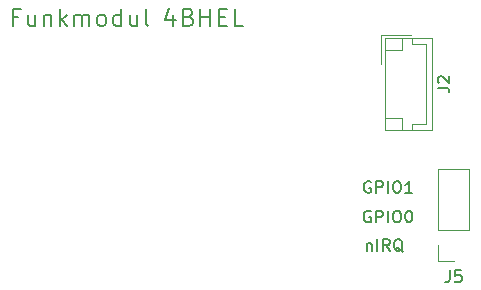
<source format=gbr>
%TF.GenerationSoftware,KiCad,Pcbnew,(7.0.0)*%
%TF.CreationDate,2023-03-31T23:38:51+02:00*%
%TF.ProjectId,funk-transmitter-final,66756e6b-2d74-4726-916e-736d69747465,rev?*%
%TF.SameCoordinates,Original*%
%TF.FileFunction,Legend,Top*%
%TF.FilePolarity,Positive*%
%FSLAX46Y46*%
G04 Gerber Fmt 4.6, Leading zero omitted, Abs format (unit mm)*
G04 Created by KiCad (PCBNEW (7.0.0)) date 2023-03-31 23:38:51*
%MOMM*%
%LPD*%
G01*
G04 APERTURE LIST*
%ADD10C,0.187500*%
%ADD11C,0.150000*%
%ADD12C,0.120000*%
G04 APERTURE END LIST*
D10*
X128157142Y-82587857D02*
X127657142Y-82587857D01*
X127657142Y-83373571D02*
X127657142Y-81873571D01*
X127657142Y-81873571D02*
X128371428Y-81873571D01*
X129585714Y-82373571D02*
X129585714Y-83373571D01*
X128942856Y-82373571D02*
X128942856Y-83159285D01*
X128942856Y-83159285D02*
X129014285Y-83302142D01*
X129014285Y-83302142D02*
X129157142Y-83373571D01*
X129157142Y-83373571D02*
X129371428Y-83373571D01*
X129371428Y-83373571D02*
X129514285Y-83302142D01*
X129514285Y-83302142D02*
X129585714Y-83230714D01*
X130299999Y-82373571D02*
X130299999Y-83373571D01*
X130299999Y-82516428D02*
X130371428Y-82445000D01*
X130371428Y-82445000D02*
X130514285Y-82373571D01*
X130514285Y-82373571D02*
X130728571Y-82373571D01*
X130728571Y-82373571D02*
X130871428Y-82445000D01*
X130871428Y-82445000D02*
X130942857Y-82587857D01*
X130942857Y-82587857D02*
X130942857Y-83373571D01*
X131657142Y-83373571D02*
X131657142Y-81873571D01*
X131800000Y-82802142D02*
X132228571Y-83373571D01*
X132228571Y-82373571D02*
X131657142Y-82945000D01*
X132871428Y-83373571D02*
X132871428Y-82373571D01*
X132871428Y-82516428D02*
X132942857Y-82445000D01*
X132942857Y-82445000D02*
X133085714Y-82373571D01*
X133085714Y-82373571D02*
X133300000Y-82373571D01*
X133300000Y-82373571D02*
X133442857Y-82445000D01*
X133442857Y-82445000D02*
X133514286Y-82587857D01*
X133514286Y-82587857D02*
X133514286Y-83373571D01*
X133514286Y-82587857D02*
X133585714Y-82445000D01*
X133585714Y-82445000D02*
X133728571Y-82373571D01*
X133728571Y-82373571D02*
X133942857Y-82373571D01*
X133942857Y-82373571D02*
X134085714Y-82445000D01*
X134085714Y-82445000D02*
X134157143Y-82587857D01*
X134157143Y-82587857D02*
X134157143Y-83373571D01*
X135085714Y-83373571D02*
X134942857Y-83302142D01*
X134942857Y-83302142D02*
X134871428Y-83230714D01*
X134871428Y-83230714D02*
X134800000Y-83087857D01*
X134800000Y-83087857D02*
X134800000Y-82659285D01*
X134800000Y-82659285D02*
X134871428Y-82516428D01*
X134871428Y-82516428D02*
X134942857Y-82445000D01*
X134942857Y-82445000D02*
X135085714Y-82373571D01*
X135085714Y-82373571D02*
X135300000Y-82373571D01*
X135300000Y-82373571D02*
X135442857Y-82445000D01*
X135442857Y-82445000D02*
X135514286Y-82516428D01*
X135514286Y-82516428D02*
X135585714Y-82659285D01*
X135585714Y-82659285D02*
X135585714Y-83087857D01*
X135585714Y-83087857D02*
X135514286Y-83230714D01*
X135514286Y-83230714D02*
X135442857Y-83302142D01*
X135442857Y-83302142D02*
X135300000Y-83373571D01*
X135300000Y-83373571D02*
X135085714Y-83373571D01*
X136871429Y-83373571D02*
X136871429Y-81873571D01*
X136871429Y-83302142D02*
X136728571Y-83373571D01*
X136728571Y-83373571D02*
X136442857Y-83373571D01*
X136442857Y-83373571D02*
X136300000Y-83302142D01*
X136300000Y-83302142D02*
X136228571Y-83230714D01*
X136228571Y-83230714D02*
X136157143Y-83087857D01*
X136157143Y-83087857D02*
X136157143Y-82659285D01*
X136157143Y-82659285D02*
X136228571Y-82516428D01*
X136228571Y-82516428D02*
X136300000Y-82445000D01*
X136300000Y-82445000D02*
X136442857Y-82373571D01*
X136442857Y-82373571D02*
X136728571Y-82373571D01*
X136728571Y-82373571D02*
X136871429Y-82445000D01*
X138228572Y-82373571D02*
X138228572Y-83373571D01*
X137585714Y-82373571D02*
X137585714Y-83159285D01*
X137585714Y-83159285D02*
X137657143Y-83302142D01*
X137657143Y-83302142D02*
X137800000Y-83373571D01*
X137800000Y-83373571D02*
X138014286Y-83373571D01*
X138014286Y-83373571D02*
X138157143Y-83302142D01*
X138157143Y-83302142D02*
X138228572Y-83230714D01*
X139157143Y-83373571D02*
X139014286Y-83302142D01*
X139014286Y-83302142D02*
X138942857Y-83159285D01*
X138942857Y-83159285D02*
X138942857Y-81873571D01*
X141271429Y-82373571D02*
X141271429Y-83373571D01*
X140914286Y-81802142D02*
X140557143Y-82873571D01*
X140557143Y-82873571D02*
X141485714Y-82873571D01*
X142557142Y-82587857D02*
X142771428Y-82659285D01*
X142771428Y-82659285D02*
X142842857Y-82730714D01*
X142842857Y-82730714D02*
X142914285Y-82873571D01*
X142914285Y-82873571D02*
X142914285Y-83087857D01*
X142914285Y-83087857D02*
X142842857Y-83230714D01*
X142842857Y-83230714D02*
X142771428Y-83302142D01*
X142771428Y-83302142D02*
X142628571Y-83373571D01*
X142628571Y-83373571D02*
X142057142Y-83373571D01*
X142057142Y-83373571D02*
X142057142Y-81873571D01*
X142057142Y-81873571D02*
X142557142Y-81873571D01*
X142557142Y-81873571D02*
X142700000Y-81945000D01*
X142700000Y-81945000D02*
X142771428Y-82016428D01*
X142771428Y-82016428D02*
X142842857Y-82159285D01*
X142842857Y-82159285D02*
X142842857Y-82302142D01*
X142842857Y-82302142D02*
X142771428Y-82445000D01*
X142771428Y-82445000D02*
X142700000Y-82516428D01*
X142700000Y-82516428D02*
X142557142Y-82587857D01*
X142557142Y-82587857D02*
X142057142Y-82587857D01*
X143557142Y-83373571D02*
X143557142Y-81873571D01*
X143557142Y-82587857D02*
X144414285Y-82587857D01*
X144414285Y-83373571D02*
X144414285Y-81873571D01*
X145128571Y-82587857D02*
X145628571Y-82587857D01*
X145842857Y-83373571D02*
X145128571Y-83373571D01*
X145128571Y-83373571D02*
X145128571Y-81873571D01*
X145128571Y-81873571D02*
X145842857Y-81873571D01*
X147200000Y-83373571D02*
X146485714Y-83373571D01*
X146485714Y-83373571D02*
X146485714Y-81873571D01*
D11*
X157961904Y-99030000D02*
X157866666Y-98982380D01*
X157866666Y-98982380D02*
X157723809Y-98982380D01*
X157723809Y-98982380D02*
X157580952Y-99030000D01*
X157580952Y-99030000D02*
X157485714Y-99125238D01*
X157485714Y-99125238D02*
X157438095Y-99220476D01*
X157438095Y-99220476D02*
X157390476Y-99410952D01*
X157390476Y-99410952D02*
X157390476Y-99553809D01*
X157390476Y-99553809D02*
X157438095Y-99744285D01*
X157438095Y-99744285D02*
X157485714Y-99839523D01*
X157485714Y-99839523D02*
X157580952Y-99934761D01*
X157580952Y-99934761D02*
X157723809Y-99982380D01*
X157723809Y-99982380D02*
X157819047Y-99982380D01*
X157819047Y-99982380D02*
X157961904Y-99934761D01*
X157961904Y-99934761D02*
X158009523Y-99887142D01*
X158009523Y-99887142D02*
X158009523Y-99553809D01*
X158009523Y-99553809D02*
X157819047Y-99553809D01*
X158438095Y-99982380D02*
X158438095Y-98982380D01*
X158438095Y-98982380D02*
X158819047Y-98982380D01*
X158819047Y-98982380D02*
X158914285Y-99030000D01*
X158914285Y-99030000D02*
X158961904Y-99077619D01*
X158961904Y-99077619D02*
X159009523Y-99172857D01*
X159009523Y-99172857D02*
X159009523Y-99315714D01*
X159009523Y-99315714D02*
X158961904Y-99410952D01*
X158961904Y-99410952D02*
X158914285Y-99458571D01*
X158914285Y-99458571D02*
X158819047Y-99506190D01*
X158819047Y-99506190D02*
X158438095Y-99506190D01*
X159438095Y-99982380D02*
X159438095Y-98982380D01*
X160104761Y-98982380D02*
X160295237Y-98982380D01*
X160295237Y-98982380D02*
X160390475Y-99030000D01*
X160390475Y-99030000D02*
X160485713Y-99125238D01*
X160485713Y-99125238D02*
X160533332Y-99315714D01*
X160533332Y-99315714D02*
X160533332Y-99649047D01*
X160533332Y-99649047D02*
X160485713Y-99839523D01*
X160485713Y-99839523D02*
X160390475Y-99934761D01*
X160390475Y-99934761D02*
X160295237Y-99982380D01*
X160295237Y-99982380D02*
X160104761Y-99982380D01*
X160104761Y-99982380D02*
X160009523Y-99934761D01*
X160009523Y-99934761D02*
X159914285Y-99839523D01*
X159914285Y-99839523D02*
X159866666Y-99649047D01*
X159866666Y-99649047D02*
X159866666Y-99315714D01*
X159866666Y-99315714D02*
X159914285Y-99125238D01*
X159914285Y-99125238D02*
X160009523Y-99030000D01*
X160009523Y-99030000D02*
X160104761Y-98982380D01*
X161152380Y-98982380D02*
X161247618Y-98982380D01*
X161247618Y-98982380D02*
X161342856Y-99030000D01*
X161342856Y-99030000D02*
X161390475Y-99077619D01*
X161390475Y-99077619D02*
X161438094Y-99172857D01*
X161438094Y-99172857D02*
X161485713Y-99363333D01*
X161485713Y-99363333D02*
X161485713Y-99601428D01*
X161485713Y-99601428D02*
X161438094Y-99791904D01*
X161438094Y-99791904D02*
X161390475Y-99887142D01*
X161390475Y-99887142D02*
X161342856Y-99934761D01*
X161342856Y-99934761D02*
X161247618Y-99982380D01*
X161247618Y-99982380D02*
X161152380Y-99982380D01*
X161152380Y-99982380D02*
X161057142Y-99934761D01*
X161057142Y-99934761D02*
X161009523Y-99887142D01*
X161009523Y-99887142D02*
X160961904Y-99791904D01*
X160961904Y-99791904D02*
X160914285Y-99601428D01*
X160914285Y-99601428D02*
X160914285Y-99363333D01*
X160914285Y-99363333D02*
X160961904Y-99172857D01*
X160961904Y-99172857D02*
X161009523Y-99077619D01*
X161009523Y-99077619D02*
X161057142Y-99030000D01*
X161057142Y-99030000D02*
X161152380Y-98982380D01*
X157961904Y-96530000D02*
X157866666Y-96482380D01*
X157866666Y-96482380D02*
X157723809Y-96482380D01*
X157723809Y-96482380D02*
X157580952Y-96530000D01*
X157580952Y-96530000D02*
X157485714Y-96625238D01*
X157485714Y-96625238D02*
X157438095Y-96720476D01*
X157438095Y-96720476D02*
X157390476Y-96910952D01*
X157390476Y-96910952D02*
X157390476Y-97053809D01*
X157390476Y-97053809D02*
X157438095Y-97244285D01*
X157438095Y-97244285D02*
X157485714Y-97339523D01*
X157485714Y-97339523D02*
X157580952Y-97434761D01*
X157580952Y-97434761D02*
X157723809Y-97482380D01*
X157723809Y-97482380D02*
X157819047Y-97482380D01*
X157819047Y-97482380D02*
X157961904Y-97434761D01*
X157961904Y-97434761D02*
X158009523Y-97387142D01*
X158009523Y-97387142D02*
X158009523Y-97053809D01*
X158009523Y-97053809D02*
X157819047Y-97053809D01*
X158438095Y-97482380D02*
X158438095Y-96482380D01*
X158438095Y-96482380D02*
X158819047Y-96482380D01*
X158819047Y-96482380D02*
X158914285Y-96530000D01*
X158914285Y-96530000D02*
X158961904Y-96577619D01*
X158961904Y-96577619D02*
X159009523Y-96672857D01*
X159009523Y-96672857D02*
X159009523Y-96815714D01*
X159009523Y-96815714D02*
X158961904Y-96910952D01*
X158961904Y-96910952D02*
X158914285Y-96958571D01*
X158914285Y-96958571D02*
X158819047Y-97006190D01*
X158819047Y-97006190D02*
X158438095Y-97006190D01*
X159438095Y-97482380D02*
X159438095Y-96482380D01*
X160104761Y-96482380D02*
X160295237Y-96482380D01*
X160295237Y-96482380D02*
X160390475Y-96530000D01*
X160390475Y-96530000D02*
X160485713Y-96625238D01*
X160485713Y-96625238D02*
X160533332Y-96815714D01*
X160533332Y-96815714D02*
X160533332Y-97149047D01*
X160533332Y-97149047D02*
X160485713Y-97339523D01*
X160485713Y-97339523D02*
X160390475Y-97434761D01*
X160390475Y-97434761D02*
X160295237Y-97482380D01*
X160295237Y-97482380D02*
X160104761Y-97482380D01*
X160104761Y-97482380D02*
X160009523Y-97434761D01*
X160009523Y-97434761D02*
X159914285Y-97339523D01*
X159914285Y-97339523D02*
X159866666Y-97149047D01*
X159866666Y-97149047D02*
X159866666Y-96815714D01*
X159866666Y-96815714D02*
X159914285Y-96625238D01*
X159914285Y-96625238D02*
X160009523Y-96530000D01*
X160009523Y-96530000D02*
X160104761Y-96482380D01*
X161485713Y-97482380D02*
X160914285Y-97482380D01*
X161199999Y-97482380D02*
X161199999Y-96482380D01*
X161199999Y-96482380D02*
X161104761Y-96625238D01*
X161104761Y-96625238D02*
X161009523Y-96720476D01*
X161009523Y-96720476D02*
X160914285Y-96768095D01*
X157638095Y-101715714D02*
X157638095Y-102382380D01*
X157638095Y-101810952D02*
X157685714Y-101763333D01*
X157685714Y-101763333D02*
X157780952Y-101715714D01*
X157780952Y-101715714D02*
X157923809Y-101715714D01*
X157923809Y-101715714D02*
X158019047Y-101763333D01*
X158019047Y-101763333D02*
X158066666Y-101858571D01*
X158066666Y-101858571D02*
X158066666Y-102382380D01*
X158542857Y-102382380D02*
X158542857Y-101382380D01*
X159590475Y-102382380D02*
X159257142Y-101906190D01*
X159019047Y-102382380D02*
X159019047Y-101382380D01*
X159019047Y-101382380D02*
X159399999Y-101382380D01*
X159399999Y-101382380D02*
X159495237Y-101430000D01*
X159495237Y-101430000D02*
X159542856Y-101477619D01*
X159542856Y-101477619D02*
X159590475Y-101572857D01*
X159590475Y-101572857D02*
X159590475Y-101715714D01*
X159590475Y-101715714D02*
X159542856Y-101810952D01*
X159542856Y-101810952D02*
X159495237Y-101858571D01*
X159495237Y-101858571D02*
X159399999Y-101906190D01*
X159399999Y-101906190D02*
X159019047Y-101906190D01*
X160685713Y-102477619D02*
X160590475Y-102430000D01*
X160590475Y-102430000D02*
X160495237Y-102334761D01*
X160495237Y-102334761D02*
X160352380Y-102191904D01*
X160352380Y-102191904D02*
X160257142Y-102144285D01*
X160257142Y-102144285D02*
X160161904Y-102144285D01*
X160209523Y-102382380D02*
X160114285Y-102334761D01*
X160114285Y-102334761D02*
X160019047Y-102239523D01*
X160019047Y-102239523D02*
X159971428Y-102049047D01*
X159971428Y-102049047D02*
X159971428Y-101715714D01*
X159971428Y-101715714D02*
X160019047Y-101525238D01*
X160019047Y-101525238D02*
X160114285Y-101430000D01*
X160114285Y-101430000D02*
X160209523Y-101382380D01*
X160209523Y-101382380D02*
X160399999Y-101382380D01*
X160399999Y-101382380D02*
X160495237Y-101430000D01*
X160495237Y-101430000D02*
X160590475Y-101525238D01*
X160590475Y-101525238D02*
X160638094Y-101715714D01*
X160638094Y-101715714D02*
X160638094Y-102049047D01*
X160638094Y-102049047D02*
X160590475Y-102239523D01*
X160590475Y-102239523D02*
X160495237Y-102334761D01*
X160495237Y-102334761D02*
X160399999Y-102382380D01*
X160399999Y-102382380D02*
X160209523Y-102382380D01*
%TO.C,J2*%
X163642380Y-88583333D02*
X164356666Y-88583333D01*
X164356666Y-88583333D02*
X164499523Y-88630952D01*
X164499523Y-88630952D02*
X164594761Y-88726190D01*
X164594761Y-88726190D02*
X164642380Y-88869047D01*
X164642380Y-88869047D02*
X164642380Y-88964285D01*
X163737619Y-88154761D02*
X163690000Y-88107142D01*
X163690000Y-88107142D02*
X163642380Y-88011904D01*
X163642380Y-88011904D02*
X163642380Y-87773809D01*
X163642380Y-87773809D02*
X163690000Y-87678571D01*
X163690000Y-87678571D02*
X163737619Y-87630952D01*
X163737619Y-87630952D02*
X163832857Y-87583333D01*
X163832857Y-87583333D02*
X163928095Y-87583333D01*
X163928095Y-87583333D02*
X164070952Y-87630952D01*
X164070952Y-87630952D02*
X164642380Y-88202380D01*
X164642380Y-88202380D02*
X164642380Y-87583333D01*
%TO.C,J5*%
X164666666Y-104037380D02*
X164666666Y-104751666D01*
X164666666Y-104751666D02*
X164619047Y-104894523D01*
X164619047Y-104894523D02*
X164523809Y-104989761D01*
X164523809Y-104989761D02*
X164380952Y-105037380D01*
X164380952Y-105037380D02*
X164285714Y-105037380D01*
X165619047Y-104037380D02*
X165142857Y-104037380D01*
X165142857Y-104037380D02*
X165095238Y-104513571D01*
X165095238Y-104513571D02*
X165142857Y-104465952D01*
X165142857Y-104465952D02*
X165238095Y-104418333D01*
X165238095Y-104418333D02*
X165476190Y-104418333D01*
X165476190Y-104418333D02*
X165571428Y-104465952D01*
X165571428Y-104465952D02*
X165619047Y-104513571D01*
X165619047Y-104513571D02*
X165666666Y-104608809D01*
X165666666Y-104608809D02*
X165666666Y-104846904D01*
X165666666Y-104846904D02*
X165619047Y-104942142D01*
X165619047Y-104942142D02*
X165571428Y-104989761D01*
X165571428Y-104989761D02*
X165476190Y-105037380D01*
X165476190Y-105037380D02*
X165238095Y-105037380D01*
X165238095Y-105037380D02*
X165142857Y-104989761D01*
X165142857Y-104989761D02*
X165095238Y-104942142D01*
D12*
%TO.C,J2*%
X161365000Y-84090000D02*
X158865000Y-84090000D01*
X158865000Y-84090000D02*
X158865000Y-86590000D01*
X163185000Y-84390000D02*
X159165000Y-84390000D01*
X161475000Y-84390000D02*
X161475000Y-84890000D01*
X160665000Y-84390000D02*
X160665000Y-85390000D01*
X159165000Y-84390000D02*
X159165000Y-92110000D01*
X162685000Y-84890000D02*
X162685000Y-91610000D01*
X161475000Y-84890000D02*
X162685000Y-84890000D01*
X160665000Y-85390000D02*
X159165000Y-85390000D01*
X160665000Y-91110000D02*
X159165000Y-91110000D01*
X162685000Y-91610000D02*
X161475000Y-91610000D01*
X161475000Y-91610000D02*
X161475000Y-92110000D01*
X163185000Y-92110000D02*
X163185000Y-84390000D01*
X160665000Y-92110000D02*
X160665000Y-91110000D01*
X159165000Y-92110000D02*
X163185000Y-92110000D01*
%TO.C,J5*%
X166330000Y-100630000D02*
X166330000Y-95490000D01*
X166330000Y-100630000D02*
X163670000Y-100630000D01*
X166330000Y-95490000D02*
X163670000Y-95490000D01*
X165000000Y-103230000D02*
X163670000Y-103230000D01*
X163670000Y-103230000D02*
X163670000Y-101900000D01*
X163670000Y-100630000D02*
X163670000Y-95490000D01*
%TD*%
M02*

</source>
